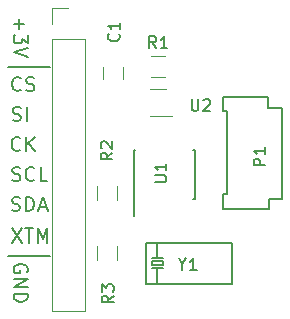
<source format=gto>
G04 #@! TF.FileFunction,Legend,Top*
%FSLAX46Y46*%
G04 Gerber Fmt 4.6, Leading zero omitted, Abs format (unit mm)*
G04 Created by KiCad (PCBNEW 4.0.5) date 03/13/17 18:48:00*
%MOMM*%
%LPD*%
G01*
G04 APERTURE LIST*
%ADD10C,0.100000*%
%ADD11C,0.200000*%
%ADD12C,0.150000*%
%ADD13C,0.120000*%
G04 APERTURE END LIST*
D10*
D11*
X150876000Y-76962000D02*
X147320000Y-76962000D01*
X150876000Y-92964000D02*
X147320000Y-92964000D01*
X147682143Y-90655857D02*
X148482143Y-91855857D01*
X148482143Y-90655857D02*
X147682143Y-91855857D01*
X148767857Y-90655857D02*
X149453571Y-90655857D01*
X149110714Y-91855857D02*
X149110714Y-90655857D01*
X149853571Y-91855857D02*
X149853571Y-90655857D01*
X150253571Y-91513000D01*
X150653571Y-90655857D01*
X150653571Y-91855857D01*
X147640857Y-89131714D02*
X147812286Y-89188857D01*
X148098000Y-89188857D01*
X148212286Y-89131714D01*
X148269429Y-89074571D01*
X148326572Y-88960286D01*
X148326572Y-88846000D01*
X148269429Y-88731714D01*
X148212286Y-88674571D01*
X148098000Y-88617429D01*
X147869429Y-88560286D01*
X147755143Y-88503143D01*
X147698000Y-88446000D01*
X147640857Y-88331714D01*
X147640857Y-88217429D01*
X147698000Y-88103143D01*
X147755143Y-88046000D01*
X147869429Y-87988857D01*
X148155143Y-87988857D01*
X148326572Y-88046000D01*
X148840857Y-89188857D02*
X148840857Y-87988857D01*
X149126572Y-87988857D01*
X149298000Y-88046000D01*
X149412286Y-88160286D01*
X149469429Y-88274571D01*
X149526572Y-88503143D01*
X149526572Y-88674571D01*
X149469429Y-88903143D01*
X149412286Y-89017429D01*
X149298000Y-89131714D01*
X149126572Y-89188857D01*
X148840857Y-89188857D01*
X149983714Y-88846000D02*
X150555143Y-88846000D01*
X149869429Y-89188857D02*
X150269429Y-87988857D01*
X150669429Y-89188857D01*
X147669428Y-86591714D02*
X147840857Y-86648857D01*
X148126571Y-86648857D01*
X148240857Y-86591714D01*
X148298000Y-86534571D01*
X148355143Y-86420286D01*
X148355143Y-86306000D01*
X148298000Y-86191714D01*
X148240857Y-86134571D01*
X148126571Y-86077429D01*
X147898000Y-86020286D01*
X147783714Y-85963143D01*
X147726571Y-85906000D01*
X147669428Y-85791714D01*
X147669428Y-85677429D01*
X147726571Y-85563143D01*
X147783714Y-85506000D01*
X147898000Y-85448857D01*
X148183714Y-85448857D01*
X148355143Y-85506000D01*
X149555143Y-86534571D02*
X149498000Y-86591714D01*
X149326571Y-86648857D01*
X149212285Y-86648857D01*
X149040857Y-86591714D01*
X148926571Y-86477429D01*
X148869428Y-86363143D01*
X148812285Y-86134571D01*
X148812285Y-85963143D01*
X148869428Y-85734571D01*
X148926571Y-85620286D01*
X149040857Y-85506000D01*
X149212285Y-85448857D01*
X149326571Y-85448857D01*
X149498000Y-85506000D01*
X149555143Y-85563143D01*
X150640857Y-86648857D02*
X150069428Y-86648857D01*
X150069428Y-85448857D01*
X148361429Y-83994571D02*
X148304286Y-84051714D01*
X148132857Y-84108857D01*
X148018571Y-84108857D01*
X147847143Y-84051714D01*
X147732857Y-83937429D01*
X147675714Y-83823143D01*
X147618571Y-83594571D01*
X147618571Y-83423143D01*
X147675714Y-83194571D01*
X147732857Y-83080286D01*
X147847143Y-82966000D01*
X148018571Y-82908857D01*
X148132857Y-82908857D01*
X148304286Y-82966000D01*
X148361429Y-83023143D01*
X148875714Y-84108857D02*
X148875714Y-82908857D01*
X149561429Y-84108857D02*
X149047143Y-83423143D01*
X149561429Y-82908857D02*
X148875714Y-83594571D01*
X147707428Y-81511714D02*
X147878857Y-81568857D01*
X148164571Y-81568857D01*
X148278857Y-81511714D01*
X148336000Y-81454571D01*
X148393143Y-81340286D01*
X148393143Y-81226000D01*
X148336000Y-81111714D01*
X148278857Y-81054571D01*
X148164571Y-80997429D01*
X147936000Y-80940286D01*
X147821714Y-80883143D01*
X147764571Y-80826000D01*
X147707428Y-80711714D01*
X147707428Y-80597429D01*
X147764571Y-80483143D01*
X147821714Y-80426000D01*
X147936000Y-80368857D01*
X148221714Y-80368857D01*
X148393143Y-80426000D01*
X148907428Y-81568857D02*
X148907428Y-80368857D01*
X148390001Y-78914571D02*
X148332858Y-78971714D01*
X148161429Y-79028857D01*
X148047143Y-79028857D01*
X147875715Y-78971714D01*
X147761429Y-78857429D01*
X147704286Y-78743143D01*
X147647143Y-78514571D01*
X147647143Y-78343143D01*
X147704286Y-78114571D01*
X147761429Y-78000286D01*
X147875715Y-77886000D01*
X148047143Y-77828857D01*
X148161429Y-77828857D01*
X148332858Y-77886000D01*
X148390001Y-77943143D01*
X148847143Y-78971714D02*
X149018572Y-79028857D01*
X149304286Y-79028857D01*
X149418572Y-78971714D01*
X149475715Y-78914571D01*
X149532858Y-78800286D01*
X149532858Y-78686000D01*
X149475715Y-78571714D01*
X149418572Y-78514571D01*
X149304286Y-78457429D01*
X149075715Y-78400286D01*
X148961429Y-78343143D01*
X148904286Y-78286000D01*
X148847143Y-78171714D01*
X148847143Y-78057429D01*
X148904286Y-77943143D01*
X148961429Y-77886000D01*
X149075715Y-77828857D01*
X149361429Y-77828857D01*
X149532858Y-77886000D01*
X148250286Y-72879143D02*
X148250286Y-73793429D01*
X147793143Y-73336286D02*
X148707429Y-73336286D01*
X148993143Y-74250572D02*
X148993143Y-74993429D01*
X148536000Y-74593429D01*
X148536000Y-74764857D01*
X148478857Y-74879143D01*
X148421714Y-74936286D01*
X148307429Y-74993429D01*
X148021714Y-74993429D01*
X147907429Y-74936286D01*
X147850286Y-74879143D01*
X147793143Y-74764857D01*
X147793143Y-74422000D01*
X147850286Y-74307714D01*
X147907429Y-74250572D01*
X148993143Y-75336286D02*
X147793143Y-75736286D01*
X148993143Y-76136286D01*
X148936000Y-94335715D02*
X148993143Y-94221429D01*
X148993143Y-94050000D01*
X148936000Y-93878572D01*
X148821714Y-93764286D01*
X148707429Y-93707143D01*
X148478857Y-93650000D01*
X148307429Y-93650000D01*
X148078857Y-93707143D01*
X147964571Y-93764286D01*
X147850286Y-93878572D01*
X147793143Y-94050000D01*
X147793143Y-94164286D01*
X147850286Y-94335715D01*
X147907429Y-94392858D01*
X148307429Y-94392858D01*
X148307429Y-94164286D01*
X147793143Y-94907143D02*
X148993143Y-94907143D01*
X147793143Y-95592858D01*
X148993143Y-95592858D01*
X147793143Y-96164286D02*
X148993143Y-96164286D01*
X148993143Y-96450001D01*
X148936000Y-96621429D01*
X148821714Y-96735715D01*
X148707429Y-96792858D01*
X148478857Y-96850001D01*
X148307429Y-96850001D01*
X148078857Y-96792858D01*
X147964571Y-96735715D01*
X147850286Y-96621429D01*
X147793143Y-96450001D01*
X147793143Y-96164286D01*
D12*
X157953000Y-88181000D02*
X158003000Y-88181000D01*
X157953000Y-84031000D02*
X158098000Y-84031000D01*
X163103000Y-84031000D02*
X162958000Y-84031000D01*
X163103000Y-88181000D02*
X162958000Y-88181000D01*
X157953000Y-88181000D02*
X157953000Y-84031000D01*
X163103000Y-88181000D02*
X163103000Y-84031000D01*
X158003000Y-88181000D02*
X158003000Y-89581000D01*
X165816000Y-81828000D02*
X165816000Y-80728000D01*
X165816000Y-80728000D02*
X165516000Y-80728000D01*
X165516000Y-80728000D02*
X165516000Y-79528000D01*
X165516000Y-79528000D02*
X169316000Y-79528000D01*
X169316000Y-79528000D02*
X169316000Y-80428000D01*
X169316000Y-80428000D02*
X170516000Y-80428000D01*
X170516000Y-80428000D02*
X170516000Y-88128000D01*
X170516000Y-88128000D02*
X169416000Y-88128000D01*
X169416000Y-88128000D02*
X169416000Y-89028000D01*
X169416000Y-89028000D02*
X165516000Y-89028000D01*
X165516000Y-89028000D02*
X165516000Y-87728000D01*
X165516000Y-87728000D02*
X165816000Y-87728000D01*
X165816000Y-87728000D02*
X165816000Y-81828000D01*
D13*
X155360000Y-76970000D02*
X155360000Y-77970000D01*
X157060000Y-77970000D02*
X157060000Y-76970000D01*
X160620000Y-77842000D02*
X159420000Y-77842000D01*
X159420000Y-76082000D02*
X160620000Y-76082000D01*
X159320000Y-81170000D02*
X161220000Y-81170000D01*
X160720000Y-78850000D02*
X159320000Y-78850000D01*
X154822000Y-88230000D02*
X154822000Y-87030000D01*
X156582000Y-87030000D02*
X156582000Y-88230000D01*
X156582000Y-92110000D02*
X156582000Y-93310000D01*
X154822000Y-93310000D02*
X154822000Y-92110000D01*
X151043333Y-74635000D02*
X151043333Y-97615000D01*
X151043333Y-97615000D02*
X153823333Y-97615000D01*
X153823333Y-97615000D02*
X153823333Y-74635000D01*
X153823333Y-74635000D02*
X151043333Y-74635000D01*
X151043333Y-73365000D02*
X151043333Y-71975000D01*
X151043333Y-71975000D02*
X152433333Y-71975000D01*
D12*
X159960000Y-94414000D02*
X159960000Y-94014000D01*
X159960000Y-92764000D02*
X159960000Y-93164000D01*
X159510000Y-94014000D02*
X160410000Y-94014000D01*
X159510000Y-93164000D02*
X160460000Y-93164000D01*
X159510000Y-93414000D02*
X160410000Y-93414000D01*
X160410000Y-93414000D02*
X160410000Y-93764000D01*
X160410000Y-93764000D02*
X159510000Y-93764000D01*
X159510000Y-93764000D02*
X159510000Y-93414000D01*
X159960000Y-92864000D02*
X159960000Y-91964000D01*
X159960000Y-95314000D02*
X159960000Y-94314000D01*
X158960000Y-91914000D02*
X166310000Y-91914000D01*
X166310000Y-91914000D02*
X166310000Y-95314000D01*
X166310000Y-95314000D02*
X158960000Y-95314000D01*
X158960000Y-95314000D02*
X158960000Y-91914000D01*
X159724381Y-86737905D02*
X160533905Y-86737905D01*
X160629143Y-86690286D01*
X160676762Y-86642667D01*
X160724381Y-86547429D01*
X160724381Y-86356952D01*
X160676762Y-86261714D01*
X160629143Y-86214095D01*
X160533905Y-86166476D01*
X159724381Y-86166476D01*
X160724381Y-85166476D02*
X160724381Y-85737905D01*
X160724381Y-85452191D02*
X159724381Y-85452191D01*
X159867238Y-85547429D01*
X159962476Y-85642667D01*
X160010095Y-85737905D01*
X169108381Y-85320095D02*
X168108381Y-85320095D01*
X168108381Y-84939142D01*
X168156000Y-84843904D01*
X168203619Y-84796285D01*
X168298857Y-84748666D01*
X168441714Y-84748666D01*
X168536952Y-84796285D01*
X168584571Y-84843904D01*
X168632190Y-84939142D01*
X168632190Y-85320095D01*
X169108381Y-83796285D02*
X169108381Y-84367714D01*
X169108381Y-84082000D02*
X168108381Y-84082000D01*
X168251238Y-84177238D01*
X168346476Y-84272476D01*
X168394095Y-84367714D01*
X156669143Y-74182666D02*
X156716762Y-74230285D01*
X156764381Y-74373142D01*
X156764381Y-74468380D01*
X156716762Y-74611238D01*
X156621524Y-74706476D01*
X156526286Y-74754095D01*
X156335810Y-74801714D01*
X156192952Y-74801714D01*
X156002476Y-74754095D01*
X155907238Y-74706476D01*
X155812000Y-74611238D01*
X155764381Y-74468380D01*
X155764381Y-74373142D01*
X155812000Y-74230285D01*
X155859619Y-74182666D01*
X156764381Y-73230285D02*
X156764381Y-73801714D01*
X156764381Y-73516000D02*
X155764381Y-73516000D01*
X155907238Y-73611238D01*
X156002476Y-73706476D01*
X156050095Y-73801714D01*
X159853334Y-75382381D02*
X159520000Y-74906190D01*
X159281905Y-75382381D02*
X159281905Y-74382381D01*
X159662858Y-74382381D01*
X159758096Y-74430000D01*
X159805715Y-74477619D01*
X159853334Y-74572857D01*
X159853334Y-74715714D01*
X159805715Y-74810952D01*
X159758096Y-74858571D01*
X159662858Y-74906190D01*
X159281905Y-74906190D01*
X160805715Y-75382381D02*
X160234286Y-75382381D01*
X160520000Y-75382381D02*
X160520000Y-74382381D01*
X160424762Y-74525238D01*
X160329524Y-74620476D01*
X160234286Y-74668095D01*
X162858095Y-79710381D02*
X162858095Y-80519905D01*
X162905714Y-80615143D01*
X162953333Y-80662762D01*
X163048571Y-80710381D01*
X163239048Y-80710381D01*
X163334286Y-80662762D01*
X163381905Y-80615143D01*
X163429524Y-80519905D01*
X163429524Y-79710381D01*
X163858095Y-79805619D02*
X163905714Y-79758000D01*
X164000952Y-79710381D01*
X164239048Y-79710381D01*
X164334286Y-79758000D01*
X164381905Y-79805619D01*
X164429524Y-79900857D01*
X164429524Y-79996095D01*
X164381905Y-80138952D01*
X163810476Y-80710381D01*
X164429524Y-80710381D01*
X156154381Y-84240666D02*
X155678190Y-84574000D01*
X156154381Y-84812095D02*
X155154381Y-84812095D01*
X155154381Y-84431142D01*
X155202000Y-84335904D01*
X155249619Y-84288285D01*
X155344857Y-84240666D01*
X155487714Y-84240666D01*
X155582952Y-84288285D01*
X155630571Y-84335904D01*
X155678190Y-84431142D01*
X155678190Y-84812095D01*
X155249619Y-83859714D02*
X155202000Y-83812095D01*
X155154381Y-83716857D01*
X155154381Y-83478761D01*
X155202000Y-83383523D01*
X155249619Y-83335904D01*
X155344857Y-83288285D01*
X155440095Y-83288285D01*
X155582952Y-83335904D01*
X156154381Y-83907333D01*
X156154381Y-83288285D01*
X156256381Y-96348666D02*
X155780190Y-96682000D01*
X156256381Y-96920095D02*
X155256381Y-96920095D01*
X155256381Y-96539142D01*
X155304000Y-96443904D01*
X155351619Y-96396285D01*
X155446857Y-96348666D01*
X155589714Y-96348666D01*
X155684952Y-96396285D01*
X155732571Y-96443904D01*
X155780190Y-96539142D01*
X155780190Y-96920095D01*
X155256381Y-96015333D02*
X155256381Y-95396285D01*
X155637333Y-95729619D01*
X155637333Y-95586761D01*
X155684952Y-95491523D01*
X155732571Y-95443904D01*
X155827810Y-95396285D01*
X156065905Y-95396285D01*
X156161143Y-95443904D01*
X156208762Y-95491523D01*
X156256381Y-95586761D01*
X156256381Y-95872476D01*
X156208762Y-95967714D01*
X156161143Y-96015333D01*
X162083809Y-93702190D02*
X162083809Y-94178381D01*
X161750476Y-93178381D02*
X162083809Y-93702190D01*
X162417143Y-93178381D01*
X163274286Y-94178381D02*
X162702857Y-94178381D01*
X162988571Y-94178381D02*
X162988571Y-93178381D01*
X162893333Y-93321238D01*
X162798095Y-93416476D01*
X162702857Y-93464095D01*
M02*

</source>
